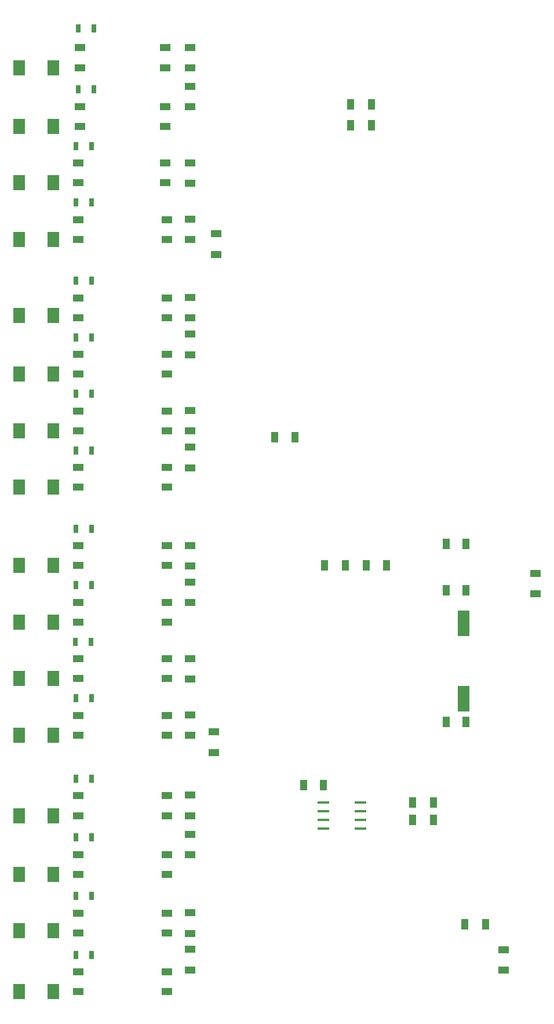
<source format=gbr>
G04 DipTrace 3.0.0.1*
G04 Íèæíÿÿï.ìàñêà.gbr*
%MOIN*%
G04 #@! TF.FileFunction,Paste,Bot*
G04 #@! TF.Part,Single*
%ADD52R,0.070866X0.015748*%
%ADD60R,0.031496X0.051181*%
%ADD62R,0.070866X0.090551*%
%ADD67R,0.070866X0.149606*%
%ADD85R,0.03937X0.062992*%
%ADD87R,0.062992X0.03937*%
%FSLAX26Y26*%
G04*
G70*
G90*
G75*
G01*
G04 BotPaste*
%LPD*%
D87*
X1663701Y5868701D3*
Y5982874D3*
Y5531181D3*
Y5645354D3*
X1651201Y5206181D3*
Y5320354D3*
Y4881181D3*
Y4995354D3*
Y4431220D3*
Y4545394D3*
Y4106220D3*
Y4220394D3*
Y3781201D3*
Y3895374D3*
Y3456220D3*
Y3570394D3*
X1651181Y3006181D3*
Y3120354D3*
X1651201Y2681181D3*
Y2795354D3*
Y2356181D3*
Y2470354D3*
Y2031181D3*
Y2145354D3*
Y1568701D3*
Y1682874D3*
Y1231220D3*
Y1345394D3*
Y893701D3*
Y1007874D3*
Y556181D3*
Y670354D3*
X2151181Y5982874D3*
Y5868701D3*
Y5645354D3*
Y5531181D3*
X2151201Y5320354D3*
Y5206181D3*
X2163701Y4995354D3*
Y4881181D3*
Y4545394D3*
Y4431220D3*
Y4220394D3*
Y4106220D3*
Y3895394D3*
Y3781220D3*
Y3570394D3*
Y3456220D3*
Y3120354D3*
Y3006181D3*
Y2795354D3*
Y2681181D3*
Y2470354D3*
Y2356181D3*
Y2145354D3*
Y2031181D3*
Y1682874D3*
Y1568701D3*
Y1345394D3*
Y1231220D3*
Y1007874D3*
Y893701D3*
Y670354D3*
Y556181D3*
X2444951Y4794341D3*
Y4912451D3*
X2432451Y1931201D3*
Y2049311D3*
D85*
X3768268Y2862450D3*
X3882441D3*
X3768268Y2106727D3*
X3882441D3*
D87*
X4097953Y682087D3*
Y796260D3*
D85*
X3882441Y3131201D3*
X3768268D3*
D67*
X3869583Y2675417D3*
Y2242346D3*
D87*
X2294961Y5984843D3*
Y5866732D3*
Y3122323D3*
Y3004213D3*
Y5643701D3*
Y5761811D3*
Y2793701D3*
Y2911811D3*
Y5322323D3*
Y5204213D3*
Y2472323D3*
Y2354213D3*
Y4997323D3*
Y4879213D3*
Y2147323D3*
Y2029213D3*
Y4429252D3*
Y4547362D3*
X2294951Y1568701D3*
Y1686811D3*
X2294961Y4218701D3*
Y4336811D3*
Y1343701D3*
Y1461811D3*
Y3897362D3*
Y3779252D3*
Y1009843D3*
Y891732D3*
Y3568701D3*
Y3686811D3*
Y681201D3*
Y799311D3*
D85*
X2782451Y3743701D3*
X2900562D3*
X3994951Y943701D3*
X3876841D3*
X3426201Y3006201D3*
X3308091D3*
D87*
X4282451Y2843701D3*
Y2961811D3*
D85*
X3188701Y3006201D3*
X3070591D3*
D62*
X1313701Y5868701D3*
X1510551D3*
X1313701Y5531201D3*
X1510551D3*
X1313701Y5206201D3*
X1510551D3*
X1313701Y4881201D3*
X1510551D3*
X1313701Y4443701D3*
X1510551D3*
X1313701Y4106201D3*
X1510551D3*
X1313701Y3781201D3*
X1510551D3*
X1313701Y3456201D3*
X1510551D3*
X1313701Y3006201D3*
X1510551D3*
X1313701Y2681201D3*
X1510551D3*
X1313701Y2356201D3*
X1510551D3*
X1313701Y2031201D3*
X1510551D3*
X1313701Y1568701D3*
X1510551D3*
X1313701Y1231201D3*
X1510551D3*
X1313701Y906201D3*
X1510551D3*
X1313701Y556201D3*
X1510551D3*
D60*
X1651201Y6093701D3*
X1741752D3*
X1651201Y5743701D3*
X1741752D3*
X1638701Y5418701D3*
X1729252D3*
X1638701Y5093701D3*
X1729252D3*
X1638701Y4643701D3*
X1729252D3*
X1638701Y4318701D3*
X1729252D3*
X1638701Y3993701D3*
X1729252D3*
X1638701Y3668701D3*
X1729252D3*
X1638701Y3218701D3*
X1729252D3*
X1638701Y2893701D3*
X1729252D3*
X1635650Y2568701D3*
X1726201D3*
X1638701Y2243701D3*
X1729252D3*
X1638701Y1781201D3*
X1729252D3*
X1638701Y1443701D3*
X1729252D3*
X1638701Y1106201D3*
X1729252D3*
X1638701Y768701D3*
X1729252D3*
D85*
X3338062Y5537451D3*
X3219951D3*
X3338062Y5656201D3*
X3219951D3*
D52*
X3276299Y1643701D3*
Y1593701D3*
Y1543701D3*
Y1493701D3*
X3063701D3*
Y1543701D3*
Y1593701D3*
Y1643701D3*
D85*
X3576201D3*
X3694311D3*
X3576201Y1543701D3*
X3694311D3*
X3063701Y1743701D3*
X2949528D3*
M02*

</source>
